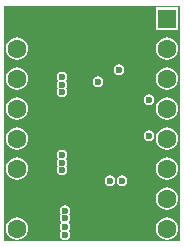
<source format=gbr>
%TF.GenerationSoftware,Altium Limited,Altium Designer,20.1.11 (218)*%
G04 Layer_Physical_Order=2*
G04 Layer_Color=36540*
%FSLAX44Y44*%
%MOMM*%
%TF.SameCoordinates,F7C42081-5D13-43C0-8CCF-545252F55ED2*%
%TF.FilePolarity,Positive*%
%TF.FileFunction,Copper,L2,Inr,Signal*%
%TF.Part,Single*%
G01*
G75*
%TA.AperFunction,ComponentPad*%
%ADD21C,1.6000*%
%ADD22R,1.6000X1.6000*%
%TA.AperFunction,ViaPad*%
%ADD23C,0.6000*%
G36*
X150361Y2039D02*
X2039D01*
Y201161D01*
X150361D01*
Y2039D01*
D02*
G37*
%LPC*%
G36*
X149200Y200000D02*
X130200D01*
Y181000D01*
X149200D01*
Y200000D01*
D02*
G37*
G36*
X139700Y174682D02*
X137220Y174356D01*
X134909Y173398D01*
X132924Y171875D01*
X131402Y169891D01*
X130444Y167580D01*
X130118Y165100D01*
X130444Y162620D01*
X131402Y160309D01*
X132924Y158324D01*
X134909Y156802D01*
X137220Y155844D01*
X139700Y155518D01*
X142180Y155844D01*
X144491Y156802D01*
X146475Y158324D01*
X147998Y160309D01*
X148955Y162620D01*
X149282Y165100D01*
X148955Y167580D01*
X147998Y169891D01*
X146475Y171875D01*
X144491Y173398D01*
X142180Y174356D01*
X139700Y174682D01*
D02*
G37*
G36*
X12700D02*
X10220Y174356D01*
X7909Y173398D01*
X5925Y171875D01*
X4402Y169891D01*
X3444Y167580D01*
X3118Y165100D01*
X3444Y162620D01*
X4402Y160309D01*
X5925Y158324D01*
X7909Y156802D01*
X10220Y155844D01*
X12700Y155518D01*
X15180Y155844D01*
X17491Y156802D01*
X19476Y158324D01*
X20998Y160309D01*
X21955Y162620D01*
X22282Y165100D01*
X21955Y167580D01*
X20998Y169891D01*
X19476Y171875D01*
X17491Y173398D01*
X15180Y174356D01*
X12700Y174682D01*
D02*
G37*
G36*
X99060Y151908D02*
X97304Y151559D01*
X95816Y150564D01*
X94821Y149076D01*
X94472Y147320D01*
X94821Y145564D01*
X95816Y144076D01*
X97304Y143081D01*
X99060Y142732D01*
X100816Y143081D01*
X102304Y144076D01*
X103299Y145564D01*
X103648Y147320D01*
X103299Y149076D01*
X102304Y150564D01*
X100816Y151559D01*
X99060Y151908D01*
D02*
G37*
G36*
X81280Y141748D02*
X79524Y141399D01*
X78036Y140404D01*
X77041Y138916D01*
X76692Y137160D01*
X77041Y135404D01*
X78036Y133916D01*
X79524Y132921D01*
X81280Y132572D01*
X83036Y132921D01*
X84524Y133916D01*
X85519Y135404D01*
X85868Y137160D01*
X85519Y138916D01*
X84524Y140404D01*
X83036Y141399D01*
X81280Y141748D01*
D02*
G37*
G36*
X139700Y149282D02*
X137220Y148955D01*
X134909Y147998D01*
X132924Y146475D01*
X131402Y144491D01*
X130444Y142180D01*
X130118Y139700D01*
X130444Y137220D01*
X131402Y134909D01*
X132924Y132924D01*
X134909Y131402D01*
X137220Y130444D01*
X139700Y130118D01*
X142180Y130444D01*
X144491Y131402D01*
X146475Y132924D01*
X147998Y134909D01*
X148955Y137220D01*
X149282Y139700D01*
X148955Y142180D01*
X147998Y144491D01*
X146475Y146475D01*
X144491Y147998D01*
X142180Y148955D01*
X139700Y149282D01*
D02*
G37*
G36*
X12700D02*
X10220Y148955D01*
X7909Y147998D01*
X5925Y146475D01*
X4402Y144491D01*
X3444Y142180D01*
X3118Y139700D01*
X3444Y137220D01*
X4402Y134909D01*
X5925Y132924D01*
X7909Y131402D01*
X10220Y130444D01*
X12700Y130118D01*
X15180Y130444D01*
X17491Y131402D01*
X19476Y132924D01*
X20998Y134909D01*
X21955Y137220D01*
X22282Y139700D01*
X21955Y142180D01*
X20998Y144491D01*
X19476Y146475D01*
X17491Y147998D01*
X15180Y148955D01*
X12700Y149282D01*
D02*
G37*
G36*
X50800Y145558D02*
X49044Y145209D01*
X47556Y144214D01*
X46561Y142726D01*
X46212Y140970D01*
X46561Y139214D01*
X47509Y137795D01*
X46561Y136376D01*
X46212Y134620D01*
X46561Y132864D01*
X47509Y131445D01*
X46561Y130026D01*
X46212Y128270D01*
X46561Y126514D01*
X47556Y125026D01*
X49044Y124031D01*
X50800Y123682D01*
X52556Y124031D01*
X54044Y125026D01*
X55039Y126514D01*
X55388Y128270D01*
X55039Y130026D01*
X54091Y131445D01*
X55039Y132864D01*
X55388Y134620D01*
X55039Y136376D01*
X54091Y137795D01*
X55039Y139214D01*
X55388Y140970D01*
X55039Y142726D01*
X54044Y144214D01*
X52556Y145209D01*
X50800Y145558D01*
D02*
G37*
G36*
X124460Y126508D02*
X122704Y126159D01*
X121216Y125164D01*
X120221Y123676D01*
X119872Y121920D01*
X120221Y120164D01*
X121216Y118676D01*
X122704Y117681D01*
X124460Y117332D01*
X126216Y117681D01*
X127704Y118676D01*
X128699Y120164D01*
X129048Y121920D01*
X128699Y123676D01*
X127704Y125164D01*
X126216Y126159D01*
X124460Y126508D01*
D02*
G37*
G36*
X139700Y123882D02*
X137220Y123555D01*
X134909Y122598D01*
X132924Y121075D01*
X131402Y119091D01*
X130444Y116780D01*
X130118Y114300D01*
X130444Y111820D01*
X131402Y109509D01*
X132924Y107524D01*
X134909Y106002D01*
X137220Y105044D01*
X139700Y104718D01*
X142180Y105044D01*
X144491Y106002D01*
X146475Y107524D01*
X147998Y109509D01*
X148955Y111820D01*
X149282Y114300D01*
X148955Y116780D01*
X147998Y119091D01*
X146475Y121075D01*
X144491Y122598D01*
X142180Y123555D01*
X139700Y123882D01*
D02*
G37*
G36*
X12700D02*
X10220Y123555D01*
X7909Y122598D01*
X5925Y121075D01*
X4402Y119091D01*
X3444Y116780D01*
X3118Y114300D01*
X3444Y111820D01*
X4402Y109509D01*
X5925Y107524D01*
X7909Y106002D01*
X10220Y105044D01*
X12700Y104718D01*
X15180Y105044D01*
X17491Y106002D01*
X19476Y107524D01*
X20998Y109509D01*
X21955Y111820D01*
X22282Y114300D01*
X21955Y116780D01*
X20998Y119091D01*
X19476Y121075D01*
X17491Y122598D01*
X15180Y123555D01*
X12700Y123882D01*
D02*
G37*
G36*
X124460Y96028D02*
X122704Y95679D01*
X121216Y94684D01*
X120221Y93196D01*
X119872Y91440D01*
X120221Y89684D01*
X121216Y88196D01*
X122704Y87201D01*
X124460Y86852D01*
X126216Y87201D01*
X127704Y88196D01*
X128699Y89684D01*
X129048Y91440D01*
X128699Y93196D01*
X127704Y94684D01*
X126216Y95679D01*
X124460Y96028D01*
D02*
G37*
G36*
X139700Y98482D02*
X137220Y98155D01*
X134909Y97198D01*
X132924Y95675D01*
X131402Y93691D01*
X130444Y91380D01*
X130118Y88900D01*
X130444Y86420D01*
X131402Y84109D01*
X132924Y82125D01*
X134909Y80602D01*
X137220Y79644D01*
X139700Y79318D01*
X142180Y79644D01*
X144491Y80602D01*
X146475Y82125D01*
X147998Y84109D01*
X148955Y86420D01*
X149282Y88900D01*
X148955Y91380D01*
X147998Y93691D01*
X146475Y95675D01*
X144491Y97198D01*
X142180Y98155D01*
X139700Y98482D01*
D02*
G37*
G36*
X12700D02*
X10220Y98155D01*
X7909Y97198D01*
X5925Y95675D01*
X4402Y93691D01*
X3444Y91380D01*
X3118Y88900D01*
X3444Y86420D01*
X4402Y84109D01*
X5925Y82125D01*
X7909Y80602D01*
X10220Y79644D01*
X12700Y79318D01*
X15180Y79644D01*
X17491Y80602D01*
X19476Y82125D01*
X20998Y84109D01*
X21955Y86420D01*
X22282Y88900D01*
X21955Y91380D01*
X20998Y93691D01*
X19476Y95675D01*
X17491Y97198D01*
X15180Y98155D01*
X12700Y98482D01*
D02*
G37*
G36*
X50800Y79518D02*
X49044Y79169D01*
X47556Y78174D01*
X46561Y76686D01*
X46212Y74930D01*
X46561Y73174D01*
X47509Y71755D01*
X46561Y70336D01*
X46212Y68580D01*
X46561Y66824D01*
X47509Y65405D01*
X46561Y63986D01*
X46212Y62230D01*
X46561Y60474D01*
X47556Y58986D01*
X49044Y57991D01*
X50800Y57642D01*
X52556Y57991D01*
X54044Y58986D01*
X55039Y60474D01*
X55388Y62230D01*
X55039Y63986D01*
X54091Y65405D01*
X55039Y66824D01*
X55388Y68580D01*
X55039Y70336D01*
X54091Y71755D01*
X55039Y73174D01*
X55388Y74930D01*
X55039Y76686D01*
X54044Y78174D01*
X52556Y79169D01*
X50800Y79518D01*
D02*
G37*
G36*
X139700Y73082D02*
X137220Y72755D01*
X134909Y71798D01*
X132924Y70275D01*
X131402Y68291D01*
X130444Y65980D01*
X130118Y63500D01*
X130444Y61020D01*
X131402Y58709D01*
X132924Y56725D01*
X134909Y55202D01*
X137220Y54244D01*
X139700Y53918D01*
X142180Y54244D01*
X144491Y55202D01*
X146475Y56725D01*
X147998Y58709D01*
X148955Y61020D01*
X149282Y63500D01*
X148955Y65980D01*
X147998Y68291D01*
X146475Y70275D01*
X144491Y71798D01*
X142180Y72755D01*
X139700Y73082D01*
D02*
G37*
G36*
X12700D02*
X10220Y72755D01*
X7909Y71798D01*
X5925Y70275D01*
X4402Y68291D01*
X3444Y65980D01*
X3118Y63500D01*
X3444Y61020D01*
X4402Y58709D01*
X5925Y56725D01*
X7909Y55202D01*
X10220Y54244D01*
X12700Y53918D01*
X15180Y54244D01*
X17491Y55202D01*
X19476Y56725D01*
X20998Y58709D01*
X21955Y61020D01*
X22282Y63500D01*
X21955Y65980D01*
X20998Y68291D01*
X19476Y70275D01*
X17491Y71798D01*
X15180Y72755D01*
X12700Y73082D01*
D02*
G37*
G36*
X101600Y57928D02*
X99844Y57579D01*
X98356Y56584D01*
X97361Y55096D01*
X97012Y53340D01*
X97361Y51584D01*
X98356Y50096D01*
X99844Y49101D01*
X101600Y48752D01*
X103356Y49101D01*
X104844Y50096D01*
X105839Y51584D01*
X106188Y53340D01*
X105839Y55096D01*
X104844Y56584D01*
X103356Y57579D01*
X101600Y57928D01*
D02*
G37*
G36*
X91440D02*
X89684Y57579D01*
X88196Y56584D01*
X87201Y55096D01*
X86852Y53340D01*
X87201Y51584D01*
X88196Y50096D01*
X89684Y49101D01*
X91440Y48752D01*
X93196Y49101D01*
X94684Y50096D01*
X95679Y51584D01*
X96028Y53340D01*
X95679Y55096D01*
X94684Y56584D01*
X93196Y57579D01*
X91440Y57928D01*
D02*
G37*
G36*
X139700Y47682D02*
X137220Y47355D01*
X134909Y46398D01*
X132924Y44875D01*
X131402Y42891D01*
X130444Y40580D01*
X130118Y38100D01*
X130444Y35620D01*
X131402Y33309D01*
X132924Y31325D01*
X134909Y29802D01*
X137220Y28844D01*
X139700Y28518D01*
X142180Y28844D01*
X144491Y29802D01*
X146475Y31325D01*
X147998Y33309D01*
X148955Y35620D01*
X149282Y38100D01*
X148955Y40580D01*
X147998Y42891D01*
X146475Y44875D01*
X144491Y46398D01*
X142180Y47355D01*
X139700Y47682D01*
D02*
G37*
G36*
Y22282D02*
X137220Y21955D01*
X134909Y20998D01*
X132924Y19476D01*
X131402Y17491D01*
X130444Y15180D01*
X130118Y12700D01*
X130444Y10220D01*
X131402Y7909D01*
X132924Y5925D01*
X134909Y4402D01*
X137220Y3444D01*
X139700Y3118D01*
X142180Y3444D01*
X144491Y4402D01*
X146475Y5925D01*
X147998Y7909D01*
X148955Y10220D01*
X149282Y12700D01*
X148955Y15180D01*
X147998Y17491D01*
X146475Y19476D01*
X144491Y20998D01*
X142180Y21955D01*
X139700Y22282D01*
D02*
G37*
G36*
X12700D02*
X10220Y21955D01*
X7909Y20998D01*
X5925Y19476D01*
X4402Y17491D01*
X3444Y15180D01*
X3118Y12700D01*
X3444Y10220D01*
X4402Y7909D01*
X5925Y5925D01*
X7909Y4402D01*
X10220Y3444D01*
X12700Y3118D01*
X15180Y3444D01*
X17491Y4402D01*
X19476Y5925D01*
X20998Y7909D01*
X21955Y10220D01*
X22282Y12700D01*
X21955Y15180D01*
X20998Y17491D01*
X19476Y19476D01*
X17491Y20998D01*
X15180Y21955D01*
X12700Y22282D01*
D02*
G37*
G36*
X53340Y32528D02*
X51584Y32179D01*
X50096Y31184D01*
X49101Y29696D01*
X48752Y27940D01*
X49101Y26184D01*
X50049Y24765D01*
X49101Y23346D01*
X48752Y21590D01*
X49101Y19834D01*
X50063Y18395D01*
X50194Y18121D01*
Y17439D01*
X50063Y17165D01*
X49101Y15726D01*
X48752Y13970D01*
X49101Y12214D01*
X50049Y10795D01*
X49101Y9376D01*
X48752Y7620D01*
X49101Y5864D01*
X50096Y4376D01*
X51584Y3381D01*
X53340Y3032D01*
X55096Y3381D01*
X56584Y4376D01*
X57579Y5864D01*
X57928Y7620D01*
X57579Y9376D01*
X56631Y10795D01*
X57579Y12214D01*
X57928Y13970D01*
X57579Y15726D01*
X56617Y17165D01*
X56486Y17439D01*
Y18121D01*
X56617Y18395D01*
X57579Y19834D01*
X57928Y21590D01*
X57579Y23346D01*
X56631Y24765D01*
X57579Y26184D01*
X57928Y27940D01*
X57579Y29696D01*
X56584Y31184D01*
X55096Y32179D01*
X53340Y32528D01*
D02*
G37*
%LPD*%
D21*
X139700Y63500D02*
D03*
X12700Y12700D02*
D03*
Y38100D02*
D03*
Y88900D02*
D03*
Y139700D02*
D03*
Y165100D02*
D03*
Y114300D02*
D03*
Y63500D02*
D03*
X139700Y12700D02*
D03*
Y38100D02*
D03*
Y88900D02*
D03*
Y139700D02*
D03*
Y165100D02*
D03*
Y114300D02*
D03*
D22*
X12700Y190500D02*
D03*
X139700D02*
D03*
D23*
X53340Y13970D02*
D03*
X60960Y116840D02*
D03*
Y109220D02*
D03*
Y101600D02*
D03*
X68580Y116840D02*
D03*
Y109220D02*
D03*
Y101600D02*
D03*
X76200Y116840D02*
D03*
Y109220D02*
D03*
Y101600D02*
D03*
X83820Y116840D02*
D03*
Y109220D02*
D03*
Y101600D02*
D03*
X60960Y93980D02*
D03*
X68580D02*
D03*
X76200D02*
D03*
X83820D02*
D03*
X91440Y116840D02*
D03*
Y109220D02*
D03*
Y101600D02*
D03*
Y93980D02*
D03*
X76200Y86360D02*
D03*
X83820D02*
D03*
X68580D02*
D03*
X60960D02*
D03*
X91440D02*
D03*
X99060Y13970D02*
D03*
Y21590D02*
D03*
X53340D02*
D03*
X50800Y68580D02*
D03*
Y62230D02*
D03*
X27940Y68580D02*
D03*
Y62230D02*
D03*
X50800Y134620D02*
D03*
Y140970D02*
D03*
X27940Y134620D02*
D03*
Y140970D02*
D03*
X124460Y91440D02*
D03*
X50800Y128270D02*
D03*
X27940D02*
D03*
X81280Y137160D02*
D03*
X101600Y53340D02*
D03*
X91440D02*
D03*
X99060Y27940D02*
D03*
X124460Y121920D02*
D03*
Y111760D02*
D03*
X99060Y147320D02*
D03*
Y7620D02*
D03*
X53340D02*
D03*
Y27940D02*
D03*
X50800Y74930D02*
D03*
X27940D02*
D03*
%TF.MD5,71dd71dea887806b6315363c040cb9ae*%
M02*

</source>
